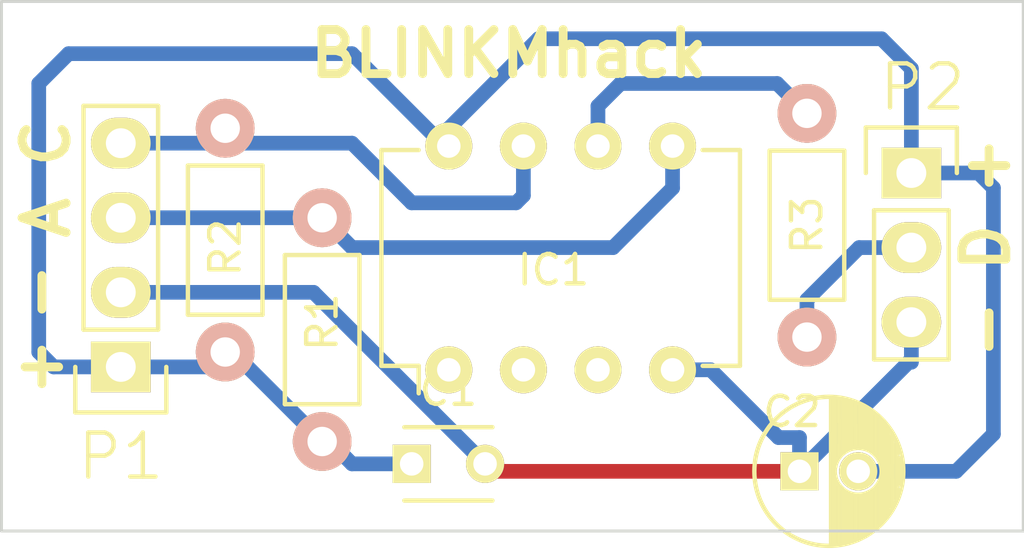
<source format=kicad_pcb>
(kicad_pcb (version 20171130) (host pcbnew "(5.1.12)-1")

  (general
    (thickness 1.6)
    (drawings 12)
    (tracks 55)
    (zones 0)
    (modules 8)
    (nets 10)
  )

  (page A4)
  (layers
    (0 F.Cu signal)
    (31 B.Cu signal)
    (32 B.Adhes user hide)
    (33 F.Adhes user hide)
    (34 B.Paste user hide)
    (35 F.Paste user hide)
    (36 B.SilkS user hide)
    (37 F.SilkS user hide)
    (38 B.Mask user hide)
    (39 F.Mask user hide)
    (40 Dwgs.User user hide)
    (41 Cmts.User user hide)
    (42 Eco1.User user hide)
    (43 Eco2.User user hide)
    (44 Edge.Cuts user)
    (45 Margin user hide)
    (46 B.CrtYd user hide)
    (47 F.CrtYd user hide)
    (48 B.Fab user hide)
    (49 F.Fab user hide)
  )

  (setup
    (last_trace_width 0.5)
    (trace_clearance 0.2)
    (zone_clearance 1)
    (zone_45_only no)
    (trace_min 0.5)
    (via_size 0.6)
    (via_drill 0.4)
    (via_min_size 0.4)
    (via_min_drill 0.3)
    (uvia_size 0.3)
    (uvia_drill 0.1)
    (uvias_allowed no)
    (uvia_min_size 0.2)
    (uvia_min_drill 0.1)
    (edge_width 0.1)
    (segment_width 0.2)
    (pcb_text_width 0.3)
    (pcb_text_size 1.5 1.5)
    (mod_edge_width 0.15)
    (mod_text_size 1 1)
    (mod_text_width 0.15)
    (pad_size 1.5 1.5)
    (pad_drill 0.6)
    (pad_to_mask_clearance 0)
    (aux_axis_origin 0 0)
    (visible_elements 7FFFFFFF)
    (pcbplotparams
      (layerselection 0x00030_80000001)
      (usegerberextensions false)
      (usegerberattributes true)
      (usegerberadvancedattributes true)
      (creategerberjobfile true)
      (excludeedgelayer true)
      (linewidth 0.050000)
      (plotframeref false)
      (viasonmask false)
      (mode 1)
      (useauxorigin false)
      (hpglpennumber 1)
      (hpglpenspeed 20)
      (hpglpendiameter 15.000000)
      (psnegative false)
      (psa4output false)
      (plotreference true)
      (plotvalue true)
      (plotinvisibletext false)
      (padsonsilk false)
      (subtractmaskfromsilk false)
      (outputformat 1)
      (mirror false)
      (drillshape 1)
      (scaleselection 1)
      (outputdirectory ""))
  )

  (net 0 "")
  (net 1 VCC)
  (net 2 GND)
  (net 3 "Net-(IC1-Pad1)")
  (net 4 "Net-(IC1-Pad2)")
  (net 5 "Net-(IC1-Pad3)")
  (net 6 SDA)
  (net 7 "Net-(IC1-Pad6)")
  (net 8 SCL)
  (net 9 DOUT)

  (net_class Default "This is the default net class."
    (clearance 0.2)
    (trace_width 0.5)
    (via_dia 0.6)
    (via_drill 0.4)
    (uvia_dia 0.3)
    (uvia_drill 0.1)
    (add_net DOUT)
    (add_net GND)
    (add_net "Net-(IC1-Pad1)")
    (add_net "Net-(IC1-Pad2)")
    (add_net "Net-(IC1-Pad3)")
    (add_net "Net-(IC1-Pad6)")
    (add_net SCL)
    (add_net SDA)
    (add_net VCC)
  )

  (module Capacitors_ThroughHole:C_Disc_D3_P2.5 (layer F.Cu) (tedit 595A3999) (tstamp 5959A25B)
    (at 193.675 99.949)
    (descr "Capacitor 3mm Disc, Pitch 2.5mm")
    (tags Capacitor)
    (path /59599661)
    (fp_text reference C1 (at 1.25 -2.5) (layer F.SilkS)
      (effects (font (size 1 1) (thickness 0.15)))
    )
    (fp_text value 100PF (at 1.25 2.5) (layer F.Fab) hide
      (effects (font (size 1 1) (thickness 0.15)))
    )
    (fp_line (start 2.75 1.25) (end -0.25 1.25) (layer F.SilkS) (width 0.15))
    (fp_line (start -0.25 -1.25) (end 2.75 -1.25) (layer F.SilkS) (width 0.15))
    (fp_line (start -0.9 1.5) (end -0.9 -1.5) (layer F.CrtYd) (width 0.05))
    (fp_line (start 3.4 1.5) (end -0.9 1.5) (layer F.CrtYd) (width 0.05))
    (fp_line (start 3.4 -1.5) (end 3.4 1.5) (layer F.CrtYd) (width 0.05))
    (fp_line (start -0.9 -1.5) (end 3.4 -1.5) (layer F.CrtYd) (width 0.05))
    (pad 1 thru_hole rect (at 0 0) (size 1.3 1.3) (drill 0.8) (layers *.Cu *.Mask F.SilkS)
      (net 1 VCC))
    (pad 2 thru_hole circle (at 2.5 0) (size 1.3 1.3) (drill 0.8001) (layers *.Cu *.Mask F.SilkS)
      (net 2 GND))
    (model Capacitors_ThroughHole.3dshapes/C_Disc_D3_P2.5.wrl
      (offset (xyz 1.250000021226883 0 0))
      (scale (xyz 1 1 1))
      (rotate (xyz 0 0 0))
    )
  )

  (module Capacitors_ThroughHole:C_Radial_D5_L11_P2 (layer F.Cu) (tedit 5959A0C9) (tstamp 5959A261)
    (at 206.883 100.203)
    (descr "Radial Electrolytic Capacitor 5mm x Length 11mm, Pitch 2mm")
    (tags "Electrolytic Capacitor")
    (path /5959A310)
    (fp_text reference C2 (at -0.254 -2.032) (layer F.SilkS)
      (effects (font (size 1 1) (thickness 0.15)))
    )
    (fp_text value 10uF (at 1.016 1.778) (layer F.Fab)
      (effects (font (size 1 1) (thickness 0.15)))
    )
    (fp_circle (center 1 0) (end 1 -2.8) (layer F.CrtYd) (width 0.05))
    (fp_circle (center 1 0) (end 1 -2.5375) (layer F.SilkS) (width 0.15))
    (fp_circle (center 2 0) (end 2 -0.8) (layer F.SilkS) (width 0.15))
    (fp_line (start 3.455 -0.472) (end 3.455 0.472) (layer F.SilkS) (width 0.15))
    (fp_line (start 3.315 -0.944) (end 3.315 0.944) (layer F.SilkS) (width 0.15))
    (fp_line (start 3.175 -1.233) (end 3.175 1.233) (layer F.SilkS) (width 0.15))
    (fp_line (start 3.035 -1.452) (end 3.035 1.452) (layer F.SilkS) (width 0.15))
    (fp_line (start 2.895 -1.631) (end 2.895 1.631) (layer F.SilkS) (width 0.15))
    (fp_line (start 2.755 0.265) (end 2.755 1.78) (layer F.SilkS) (width 0.15))
    (fp_line (start 2.755 -1.78) (end 2.755 -0.265) (layer F.SilkS) (width 0.15))
    (fp_line (start 2.615 0.512) (end 2.615 1.908) (layer F.SilkS) (width 0.15))
    (fp_line (start 2.615 -1.908) (end 2.615 -0.512) (layer F.SilkS) (width 0.15))
    (fp_line (start 2.475 0.644) (end 2.475 2.019) (layer F.SilkS) (width 0.15))
    (fp_line (start 2.475 -2.019) (end 2.475 -0.644) (layer F.SilkS) (width 0.15))
    (fp_line (start 2.335 0.726) (end 2.335 2.114) (layer F.SilkS) (width 0.15))
    (fp_line (start 2.335 -2.114) (end 2.335 -0.726) (layer F.SilkS) (width 0.15))
    (fp_line (start 2.195 0.776) (end 2.195 2.196) (layer F.SilkS) (width 0.15))
    (fp_line (start 2.195 -2.196) (end 2.195 -0.776) (layer F.SilkS) (width 0.15))
    (fp_line (start 2.055 0.798) (end 2.055 2.266) (layer F.SilkS) (width 0.15))
    (fp_line (start 2.055 -2.266) (end 2.055 -0.798) (layer F.SilkS) (width 0.15))
    (fp_line (start 1.915 0.795) (end 1.915 2.327) (layer F.SilkS) (width 0.15))
    (fp_line (start 1.915 -2.327) (end 1.915 -0.795) (layer F.SilkS) (width 0.15))
    (fp_line (start 1.775 0.768) (end 1.775 2.377) (layer F.SilkS) (width 0.15))
    (fp_line (start 1.775 -2.377) (end 1.775 -0.768) (layer F.SilkS) (width 0.15))
    (fp_line (start 1.635 0.712) (end 1.635 2.418) (layer F.SilkS) (width 0.15))
    (fp_line (start 1.635 -2.418) (end 1.635 -0.712) (layer F.SilkS) (width 0.15))
    (fp_line (start 1.495 0.62) (end 1.495 2.451) (layer F.SilkS) (width 0.15))
    (fp_line (start 1.495 -2.451) (end 1.495 -0.62) (layer F.SilkS) (width 0.15))
    (fp_line (start 1.355 0.473) (end 1.355 2.475) (layer F.SilkS) (width 0.15))
    (fp_line (start 1.355 -2.475) (end 1.355 -0.473) (layer F.SilkS) (width 0.15))
    (fp_line (start 1.215 0.154) (end 1.215 2.491) (layer F.SilkS) (width 0.15))
    (fp_line (start 1.215 -2.491) (end 1.215 -0.154) (layer F.SilkS) (width 0.15))
    (fp_line (start 1.075 -2.499) (end 1.075 2.499) (layer F.SilkS) (width 0.15))
    (pad 1 thru_hole rect (at 0 0) (size 1.3 1.3) (drill 0.8) (layers *.Cu *.Mask F.SilkS)
      (net 2 GND))
    (pad 2 thru_hole circle (at 2 0) (size 1.3 1.3) (drill 0.8) (layers *.Cu *.Mask F.SilkS)
      (net 1 VCC))
    (model Capacitors_ThroughHole.3dshapes/C_Radial_D5_L11_P2.wrl
      (at (xyz 0 0 0))
      (scale (xyz 1 1 1))
      (rotate (xyz 0 0 0))
    )
  )

  (module Housings_DIP:DIP-8_W7.62mm (layer F.Cu) (tedit 59599CC6) (tstamp 5959A26D)
    (at 194.94 96.7456 90)
    (descr "8-lead dip package, row spacing 7.62 mm (300 mils)")
    (tags "dil dip 2.54 300")
    (path /59599500)
    (fp_text reference IC1 (at 3.400619 3.561 180) (layer F.SilkS)
      (effects (font (size 1 1) (thickness 0.15)))
    )
    (fp_text value ATTINY85-P (at 5.178619 3.053 180) (layer F.Fab)
      (effects (font (size 1 1) (thickness 0.15)))
    )
    (fp_line (start 0.135 -1.025) (end -0.8 -1.025) (layer F.SilkS) (width 0.15))
    (fp_line (start 0.135 9.915) (end 7.485 9.915) (layer F.SilkS) (width 0.15))
    (fp_line (start 0.135 -2.295) (end 7.485 -2.295) (layer F.SilkS) (width 0.15))
    (fp_line (start 0.135 9.915) (end 0.135 8.645) (layer F.SilkS) (width 0.15))
    (fp_line (start 7.485 9.915) (end 7.485 8.645) (layer F.SilkS) (width 0.15))
    (fp_line (start 7.485 -2.295) (end 7.485 -1.025) (layer F.SilkS) (width 0.15))
    (fp_line (start 0.135 -2.295) (end 0.135 -1.025) (layer F.SilkS) (width 0.15))
    (fp_line (start -1.05 10.1) (end 8.65 10.1) (layer F.CrtYd) (width 0.05))
    (fp_line (start -1.05 -2.45) (end 8.65 -2.45) (layer F.CrtYd) (width 0.05))
    (fp_line (start 8.65 -2.45) (end 8.65 10.1) (layer F.CrtYd) (width 0.05))
    (fp_line (start -1.05 -2.45) (end -1.05 10.1) (layer F.CrtYd) (width 0.05))
    (pad 1 thru_hole oval (at 0 0 90) (size 1.6 1.6) (drill 0.8) (layers *.Cu *.Mask F.SilkS)
      (net 3 "Net-(IC1-Pad1)"))
    (pad 2 thru_hole oval (at 0 2.54 90) (size 1.6 1.6) (drill 0.8) (layers *.Cu *.Mask F.SilkS)
      (net 4 "Net-(IC1-Pad2)"))
    (pad 3 thru_hole oval (at 0 5.08 90) (size 1.6 1.6) (drill 0.8) (layers *.Cu *.Mask F.SilkS)
      (net 5 "Net-(IC1-Pad3)"))
    (pad 4 thru_hole oval (at 0 7.62 90) (size 1.6 1.6) (drill 0.8) (layers *.Cu *.Mask F.SilkS)
      (net 2 GND))
    (pad 5 thru_hole oval (at 7.62 7.62 90) (size 1.6 1.6) (drill 0.8) (layers *.Cu *.Mask F.SilkS)
      (net 6 SDA))
    (pad 6 thru_hole oval (at 7.62 5.08 90) (size 1.6 1.6) (drill 0.8) (layers *.Cu *.Mask F.SilkS)
      (net 7 "Net-(IC1-Pad6)"))
    (pad 7 thru_hole oval (at 7.62 2.54 90) (size 1.6 1.6) (drill 0.8) (layers *.Cu *.Mask F.SilkS)
      (net 8 SCL))
    (pad 8 thru_hole oval (at 7.62 0 90) (size 1.6 1.6) (drill 0.8) (layers *.Cu *.Mask F.SilkS)
      (net 1 VCC))
    (model Housings_DIP.3dshapes/DIP-8_W7.62mm.wrl
      (at (xyz 0 0 0))
      (scale (xyz 1 1 1))
      (rotate (xyz 0 0 0))
    )
  )

  (module Socket_Strips:Socket_Strip_Straight_1x04 (layer F.Cu) (tedit 595D7682) (tstamp 5959A275)
    (at 183.769 96.647 90)
    (descr "Through hole socket strip")
    (tags "socket strip")
    (path /5959954C)
    (fp_text reference P1 (at -3.048 0 180) (layer F.SilkS)
      (effects (font (size 1.5 1.5) (thickness 0.15)))
    )
    (fp_text value I2C (at 10.668 0.254 90) (layer F.Fab)
      (effects (font (size 1 1) (thickness 0.15)))
    )
    (fp_line (start -1.55 -1.55) (end -1.55 1.55) (layer F.SilkS) (width 0.15))
    (fp_line (start 0 -1.55) (end -1.55 -1.55) (layer F.SilkS) (width 0.15))
    (fp_line (start 1.27 1.27) (end 1.27 -1.27) (layer F.SilkS) (width 0.15))
    (fp_line (start 8.89 -1.27) (end 8.89 1.27) (layer F.SilkS) (width 0.15))
    (fp_line (start -1.55 1.55) (end 0 1.55) (layer F.SilkS) (width 0.15))
    (fp_line (start 1.27 1.27) (end 8.89 1.27) (layer F.SilkS) (width 0.15))
    (fp_line (start 1.27 -1.27) (end 8.89 -1.27) (layer F.SilkS) (width 0.15))
    (fp_line (start -1.75 1.75) (end 9.4 1.75) (layer F.CrtYd) (width 0.05))
    (fp_line (start -1.75 -1.75) (end 9.4 -1.75) (layer F.CrtYd) (width 0.05))
    (fp_line (start 9.4 -1.75) (end 9.4 1.75) (layer F.CrtYd) (width 0.05))
    (fp_line (start -1.75 -1.75) (end -1.75 1.75) (layer F.CrtYd) (width 0.05))
    (pad 1 thru_hole rect (at 0 0 90) (size 1.7272 2.032) (drill 1.016) (layers *.Cu *.Mask F.SilkS)
      (net 1 VCC))
    (pad 2 thru_hole oval (at 2.54 0 90) (size 1.7272 2.032) (drill 1.016) (layers *.Cu *.Mask F.SilkS)
      (net 2 GND))
    (pad 3 thru_hole oval (at 5.08 0 90) (size 1.7272 2.032) (drill 1.016) (layers *.Cu *.Mask F.SilkS)
      (net 6 SDA))
    (pad 4 thru_hole oval (at 7.62 0 90) (size 1.7272 2.032) (drill 1.016) (layers *.Cu *.Mask F.SilkS)
      (net 8 SCL))
    (model Socket_Strips.3dshapes/Socket_Strip_Straight_1x04.wrl
      (offset (xyz 3.809999942779541 0 0))
      (scale (xyz 1 1 1))
      (rotate (xyz 0 0 180))
    )
  )

  (module Socket_Strips:Socket_Strip_Straight_1x03 (layer F.Cu) (tedit 595D767A) (tstamp 5959A27C)
    (at 210.693 90.043 270)
    (descr "Through hole socket strip")
    (tags "socket strip")
    (path /59599710)
    (fp_text reference P2 (at -2.921 -0.381) (layer F.SilkS)
      (effects (font (size 1.5 1.5) (thickness 0.15)))
    )
    (fp_text value NEO (at 8.128 0 270) (layer F.Fab)
      (effects (font (size 1 1) (thickness 0.15)))
    )
    (fp_line (start 1.27 1.27) (end 1.27 -1.27) (layer F.SilkS) (width 0.15))
    (fp_line (start 6.35 1.27) (end 1.27 1.27) (layer F.SilkS) (width 0.15))
    (fp_line (start 6.35 -1.27) (end 6.35 1.27) (layer F.SilkS) (width 0.15))
    (fp_line (start 1.27 -1.27) (end 6.35 -1.27) (layer F.SilkS) (width 0.15))
    (fp_line (start -1.75 1.75) (end 6.85 1.75) (layer F.CrtYd) (width 0.05))
    (fp_line (start -1.75 -1.75) (end 6.85 -1.75) (layer F.CrtYd) (width 0.05))
    (fp_line (start 6.85 -1.75) (end 6.85 1.75) (layer F.CrtYd) (width 0.05))
    (fp_line (start -1.75 -1.75) (end -1.75 1.75) (layer F.CrtYd) (width 0.05))
    (fp_line (start -1.55 1.55) (end 0 1.55) (layer F.SilkS) (width 0.15))
    (fp_line (start -1.55 -1.55) (end -1.55 1.55) (layer F.SilkS) (width 0.15))
    (fp_line (start 0 -1.55) (end -1.55 -1.55) (layer F.SilkS) (width 0.15))
    (pad 1 thru_hole rect (at 0 0 270) (size 1.7272 2.032) (drill 1.016) (layers *.Cu *.Mask F.SilkS)
      (net 1 VCC))
    (pad 2 thru_hole oval (at 2.54 0 270) (size 1.7272 2.032) (drill 1.016) (layers *.Cu *.Mask F.SilkS)
      (net 9 DOUT))
    (pad 3 thru_hole oval (at 5.08 0 270) (size 1.7272 2.032) (drill 1.016) (layers *.Cu *.Mask F.SilkS)
      (net 2 GND))
    (model Socket_Strips.3dshapes/Socket_Strip_Straight_1x03.wrl
      (offset (xyz 2.539999961853027 0 0))
      (scale (xyz 1 1 1))
      (rotate (xyz 0 0 180))
    )
  )

  (module Resistors_ThroughHole:Resistor_Horizontal_RM7mm (layer F.Cu) (tedit 59599D64) (tstamp 5959A282)
    (at 190.627 99.187 90)
    (descr "Resistor, Axial,  RM 7.62mm, 1/3W,")
    (tags "Resistor Axial RM 7.62mm 1/3W R3")
    (path /59599963)
    (fp_text reference R1 (at 4.064 0 90) (layer F.SilkS)
      (effects (font (size 1 1) (thickness 0.15)))
    )
    (fp_text value 4K7 (at 4.064 -0.762 90) (layer F.Fab)
      (effects (font (size 1 1) (thickness 0.15)))
    )
    (fp_line (start 1.27 1.27) (end 1.27 -1.27) (layer F.SilkS) (width 0.15))
    (fp_line (start 6.35 1.27) (end 1.27 1.27) (layer F.SilkS) (width 0.15))
    (fp_line (start 6.35 -1.27) (end 6.35 1.27) (layer F.SilkS) (width 0.15))
    (fp_line (start 1.27 -1.27) (end 6.35 -1.27) (layer F.SilkS) (width 0.15))
    (fp_line (start -1.25 1.5) (end 8.85 1.5) (layer F.CrtYd) (width 0.05))
    (fp_line (start 8.85 -1.5) (end 8.85 1.5) (layer F.CrtYd) (width 0.05))
    (fp_line (start -1.25 1.5) (end -1.25 -1.5) (layer F.CrtYd) (width 0.05))
    (fp_line (start -1.25 -1.5) (end 8.85 -1.5) (layer F.CrtYd) (width 0.05))
    (pad 1 thru_hole circle (at 0 0 90) (size 1.99898 1.99898) (drill 1.00076) (layers *.Cu *.SilkS *.Mask)
      (net 1 VCC))
    (pad 2 thru_hole circle (at 7.62 0 90) (size 1.99898 1.99898) (drill 1.00076) (layers *.Cu *.SilkS *.Mask)
      (net 6 SDA))
  )

  (module Resistors_ThroughHole:Resistor_Horizontal_RM7mm (layer F.Cu) (tedit 59599D5F) (tstamp 5959A288)
    (at 187.325 96.139 90)
    (descr "Resistor, Axial,  RM 7.62mm, 1/3W,")
    (tags "Resistor Axial RM 7.62mm 1/3W R3")
    (path /5959998A)
    (fp_text reference R2 (at 3.556 0 90) (layer F.SilkS)
      (effects (font (size 1 1) (thickness 0.15)))
    )
    (fp_text value 4K7 (at 3.81 -0.762 90) (layer F.Fab)
      (effects (font (size 1 1) (thickness 0.15)))
    )
    (fp_line (start 1.27 1.27) (end 1.27 -1.27) (layer F.SilkS) (width 0.15))
    (fp_line (start 6.35 1.27) (end 1.27 1.27) (layer F.SilkS) (width 0.15))
    (fp_line (start 6.35 -1.27) (end 6.35 1.27) (layer F.SilkS) (width 0.15))
    (fp_line (start 1.27 -1.27) (end 6.35 -1.27) (layer F.SilkS) (width 0.15))
    (fp_line (start -1.25 1.5) (end 8.85 1.5) (layer F.CrtYd) (width 0.05))
    (fp_line (start 8.85 -1.5) (end 8.85 1.5) (layer F.CrtYd) (width 0.05))
    (fp_line (start -1.25 1.5) (end -1.25 -1.5) (layer F.CrtYd) (width 0.05))
    (fp_line (start -1.25 -1.5) (end 8.85 -1.5) (layer F.CrtYd) (width 0.05))
    (pad 1 thru_hole circle (at 0 0 90) (size 1.99898 1.99898) (drill 1.00076) (layers *.Cu *.SilkS *.Mask)
      (net 1 VCC))
    (pad 2 thru_hole circle (at 7.62 0 90) (size 1.99898 1.99898) (drill 1.00076) (layers *.Cu *.SilkS *.Mask)
      (net 8 SCL))
  )

  (module Resistors_ThroughHole:Resistor_Horizontal_RM7mm (layer F.Cu) (tedit 5959A1AD) (tstamp 5959A28E)
    (at 207.137 88.011 270)
    (descr "Resistor, Axial,  RM 7.62mm, 1/3W,")
    (tags "Resistor Axial RM 7.62mm 1/3W R3")
    (path /595997BF)
    (fp_text reference R3 (at 3.81 0 270) (layer F.SilkS)
      (effects (font (size 1 1) (thickness 0.15)))
    )
    (fp_text value 470R (at 3.81 -0.762 270) (layer F.Fab)
      (effects (font (size 1 1) (thickness 0.15)))
    )
    (fp_line (start 1.27 1.27) (end 1.27 -1.27) (layer F.SilkS) (width 0.15))
    (fp_line (start 6.35 1.27) (end 1.27 1.27) (layer F.SilkS) (width 0.15))
    (fp_line (start 6.35 -1.27) (end 6.35 1.27) (layer F.SilkS) (width 0.15))
    (fp_line (start 1.27 -1.27) (end 6.35 -1.27) (layer F.SilkS) (width 0.15))
    (fp_line (start -1.25 1.5) (end 8.85 1.5) (layer F.CrtYd) (width 0.05))
    (fp_line (start 8.85 -1.5) (end 8.85 1.5) (layer F.CrtYd) (width 0.05))
    (fp_line (start -1.25 1.5) (end -1.25 -1.5) (layer F.CrtYd) (width 0.05))
    (fp_line (start -1.25 -1.5) (end 8.85 -1.5) (layer F.CrtYd) (width 0.05))
    (pad 1 thru_hole circle (at 0 0 270) (size 1.99898 1.99898) (drill 1.00076) (layers *.Cu *.SilkS *.Mask)
      (net 7 "Net-(IC1-Pad6)"))
    (pad 2 thru_hole circle (at 7.62 0 270) (size 1.99898 1.99898) (drill 1.00076) (layers *.Cu *.SilkS *.Mask)
      (net 9 DOUT))
  )

  (gr_text BLINKMhack (at 196.977 85.979) (layer F.SilkS)
    (effects (font (size 1.5 1.5) (thickness 0.3)))
  )
  (gr_text D (at 213.233 92.583 90) (layer F.SilkS)
    (effects (font (size 1.5 1.5) (thickness 0.3)))
  )
  (gr_text - (at 213.233 95.377 90) (layer F.SilkS)
    (effects (font (size 1.5 1.5) (thickness 0.3)))
  )
  (gr_text + (at 213.233 89.789 90) (layer F.SilkS)
    (effects (font (size 1.5 1.5) (thickness 0.3)))
  )
  (gr_text C (at 181.229 89.027 90) (layer F.SilkS)
    (effects (font (size 1.5 1.5) (thickness 0.3)))
  )
  (gr_text A (at 181.229 91.567 90) (layer F.SilkS)
    (effects (font (size 1.5 1.5) (thickness 0.3)))
  )
  (gr_text - (at 180.975 94.107 90) (layer F.SilkS)
    (effects (font (size 1.5 1.5) (thickness 0.3)))
  )
  (gr_text + (at 180.975 96.647 90) (layer F.SilkS)
    (effects (font (size 1.5 1.5) (thickness 0.3)))
  )
  (gr_line (start 214.503 84.201) (end 214.503 102.235) (angle 90) (layer Edge.Cuts) (width 0.1))
  (gr_line (start 179.705 84.201) (end 214.503 84.201) (angle 90) (layer Edge.Cuts) (width 0.1))
  (gr_line (start 179.705 102.235) (end 214.503 102.235) (angle 90) (layer Edge.Cuts) (width 0.1))
  (gr_line (start 179.705 84.201) (end 179.705 102.235) (angle 90) (layer Edge.Cuts) (width 0.1))

  (segment (start 194.94 89.1256) (end 194.79 89.1256) (width 0.5) (layer B.Cu) (net 1))
  (segment (start 194.79 89.1256) (end 191.643 85.979) (width 0.5) (layer B.Cu) (net 1))
  (segment (start 191.643 85.979) (end 181.991 85.979) (width 0.5) (layer B.Cu) (net 1))
  (segment (start 181.991 85.979) (end 180.975 86.995) (width 0.5) (layer B.Cu) (net 1))
  (segment (start 180.975 86.995) (end 180.975 96.139) (width 0.5) (layer B.Cu) (net 1))
  (segment (start 180.975 96.139) (end 181.483 96.647) (width 0.5) (layer B.Cu) (net 1))
  (segment (start 181.483 96.647) (end 183.769 96.647) (width 0.5) (layer B.Cu) (net 1))
  (segment (start 183.769 96.647) (end 186.817 96.647) (width 0.5) (layer B.Cu) (net 1))
  (segment (start 186.817 96.647) (end 187.325 96.139) (width 0.5) (layer B.Cu) (net 1))
  (segment (start 187.325 96.139) (end 187.579 96.139) (width 0.5) (layer B.Cu) (net 1))
  (segment (start 187.579 96.139) (end 190.627 99.187) (width 0.5) (layer B.Cu) (net 1))
  (segment (start 190.627 99.187) (end 190.881 99.187) (width 0.5) (layer B.Cu) (net 1))
  (segment (start 190.881 99.187) (end 191.643 99.949) (width 0.5) (layer B.Cu) (net 1))
  (segment (start 191.643 99.949) (end 193.675 99.949) (width 0.5) (layer B.Cu) (net 1))
  (segment (start 208.883 100.203) (end 212.217 100.203) (width 0.5) (layer B.Cu) (net 1))
  (segment (start 212.217 100.203) (end 213.487 98.933) (width 0.5) (layer B.Cu) (net 1))
  (segment (start 213.487 98.933) (end 213.487 90.551) (width 0.5) (layer B.Cu) (net 1))
  (segment (start 213.487 90.551) (end 212.979 90.043) (width 0.5) (layer B.Cu) (net 1))
  (segment (start 212.979 90.043) (end 210.693 90.043) (width 0.5) (layer B.Cu) (net 1))
  (segment (start 194.94 89.1256) (end 194.94 88.524) (width 0.5) (layer B.Cu) (net 1))
  (segment (start 194.94 88.524) (end 197.993 85.471) (width 0.5) (layer B.Cu) (net 1))
  (segment (start 197.993 85.471) (end 209.677 85.471) (width 0.5) (layer B.Cu) (net 1))
  (segment (start 209.677 85.471) (end 210.693 86.487) (width 0.5) (layer B.Cu) (net 1))
  (segment (start 210.693 86.487) (end 210.693 90.043) (width 0.5) (layer B.Cu) (net 1))
  (segment (start 206.883 100.203) (end 196.429 100.203) (width 0.5) (layer F.Cu) (net 2))
  (segment (start 196.429 100.203) (end 196.175 99.949) (width 0.5) (layer F.Cu) (net 2))
  (segment (start 206.883 100.203) (end 206.883 99.053) (width 0.5) (layer B.Cu) (net 2))
  (segment (start 202.56 96.7456) (end 203.86 96.7456) (width 0.5) (layer B.Cu) (net 2))
  (segment (start 203.86 96.7456) (end 206.1674 99.053) (width 0.5) (layer B.Cu) (net 2))
  (segment (start 206.1674 99.053) (end 206.883 99.053) (width 0.5) (layer B.Cu) (net 2))
  (segment (start 183.769 94.107) (end 190.333 94.107) (width 0.5) (layer B.Cu) (net 2))
  (segment (start 190.333 94.107) (end 196.175 99.949) (width 0.5) (layer B.Cu) (net 2))
  (segment (start 210.693 95.123) (end 210.693 96.4866) (width 0.5) (layer B.Cu) (net 2))
  (segment (start 210.693 96.4866) (end 210.5994 96.4866) (width 0.5) (layer B.Cu) (net 2))
  (segment (start 210.5994 96.4866) (end 206.883 100.203) (width 0.5) (layer B.Cu) (net 2))
  (segment (start 190.627 91.567) (end 191.643 92.583) (width 0.5) (layer B.Cu) (net 6))
  (segment (start 191.643 92.583) (end 200.533 92.583) (width 0.5) (layer B.Cu) (net 6))
  (segment (start 200.533 92.583) (end 202.56 90.556) (width 0.5) (layer B.Cu) (net 6))
  (segment (start 202.56 90.556) (end 202.56 89.1256) (width 0.5) (layer B.Cu) (net 6))
  (segment (start 183.769 91.567) (end 190.627 91.567) (width 0.5) (layer B.Cu) (net 6))
  (segment (start 200.02 89.1256) (end 200.02 87.762) (width 0.5) (layer B.Cu) (net 7))
  (segment (start 200.02 87.762) (end 200.787 86.995) (width 0.5) (layer B.Cu) (net 7))
  (segment (start 200.787 86.995) (end 206.121 86.995) (width 0.5) (layer B.Cu) (net 7))
  (segment (start 206.121 86.995) (end 207.137 88.011) (width 0.5) (layer B.Cu) (net 7))
  (segment (start 187.6906 89.027) (end 187.325 88.6614) (width 0.5) (layer B.Cu) (net 8))
  (segment (start 187.325 88.6614) (end 187.325 88.519) (width 0.5) (layer B.Cu) (net 8))
  (segment (start 187.6906 89.027) (end 191.643 89.027) (width 0.5) (layer B.Cu) (net 8))
  (segment (start 191.643 89.027) (end 193.675 91.059) (width 0.5) (layer B.Cu) (net 8))
  (segment (start 193.675 91.059) (end 197.231 91.059) (width 0.5) (layer B.Cu) (net 8))
  (segment (start 197.231 91.059) (end 197.48 90.81) (width 0.5) (layer B.Cu) (net 8))
  (segment (start 197.48 90.81) (end 197.48 89.1256) (width 0.5) (layer B.Cu) (net 8))
  (segment (start 183.769 89.027) (end 187.6906 89.027) (width 0.5) (layer B.Cu) (net 8))
  (segment (start 207.137 95.631) (end 207.137 94.361) (width 0.5) (layer B.Cu) (net 9))
  (segment (start 207.137 94.361) (end 208.915 92.583) (width 0.5) (layer B.Cu) (net 9))
  (segment (start 208.915 92.583) (end 210.693 92.583) (width 0.5) (layer B.Cu) (net 9))

)

</source>
